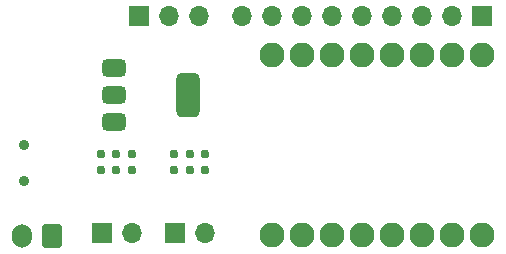
<source format=gbr>
%TF.GenerationSoftware,KiCad,Pcbnew,8.0.1*%
%TF.CreationDate,2024-05-27T16:44:31-06:00*%
%TF.ProjectId,KETSINI,4b455453-494e-4492-9e6b-696361645f70,rev?*%
%TF.SameCoordinates,Original*%
%TF.FileFunction,Soldermask,Bot*%
%TF.FilePolarity,Negative*%
%FSLAX46Y46*%
G04 Gerber Fmt 4.6, Leading zero omitted, Abs format (unit mm)*
G04 Created by KiCad (PCBNEW 8.0.1) date 2024-05-27 16:44:31*
%MOMM*%
%LPD*%
G01*
G04 APERTURE LIST*
G04 Aperture macros list*
%AMRoundRect*
0 Rectangle with rounded corners*
0 $1 Rounding radius*
0 $2 $3 $4 $5 $6 $7 $8 $9 X,Y pos of 4 corners*
0 Add a 4 corners polygon primitive as box body*
4,1,4,$2,$3,$4,$5,$6,$7,$8,$9,$2,$3,0*
0 Add four circle primitives for the rounded corners*
1,1,$1+$1,$2,$3*
1,1,$1+$1,$4,$5*
1,1,$1+$1,$6,$7*
1,1,$1+$1,$8,$9*
0 Add four rect primitives between the rounded corners*
20,1,$1+$1,$2,$3,$4,$5,0*
20,1,$1+$1,$4,$5,$6,$7,0*
20,1,$1+$1,$6,$7,$8,$9,0*
20,1,$1+$1,$8,$9,$2,$3,0*%
G04 Aperture macros list end*
%ADD10C,0.770000*%
%ADD11R,1.700000X1.700000*%
%ADD12O,1.700000X1.700000*%
%ADD13C,0.900000*%
%ADD14RoundRect,0.250000X0.600000X0.750000X-0.600000X0.750000X-0.600000X-0.750000X0.600000X-0.750000X0*%
%ADD15O,1.700000X2.000000*%
%ADD16C,2.109000*%
%ADD17RoundRect,0.375000X-0.625000X-0.375000X0.625000X-0.375000X0.625000X0.375000X-0.625000X0.375000X0*%
%ADD18RoundRect,0.500000X-0.500000X-1.400000X0.500000X-1.400000X0.500000X1.400000X-0.500000X1.400000X0*%
G04 APERTURE END LIST*
D10*
%TO.C,U1*%
X173600000Y-110000000D03*
X172300000Y-110000000D03*
X171000000Y-110000000D03*
X173600000Y-111300000D03*
X172300000Y-111300000D03*
X171000000Y-111300000D03*
%TD*%
D11*
%TO.C,MA1*%
X171060000Y-116700000D03*
D12*
X173600000Y-116700000D03*
%TD*%
D11*
%TO.C,MB1*%
X164860000Y-116700000D03*
D12*
X167400000Y-116700000D03*
%TD*%
D10*
%TO.C,U2*%
X167390000Y-110000000D03*
X166090000Y-110000000D03*
X164790000Y-110000000D03*
X167390000Y-111300000D03*
X166090000Y-111300000D03*
X164790000Y-111300000D03*
%TD*%
D13*
%TO.C,SW1*%
X158290000Y-109250000D03*
X158290000Y-112250000D03*
%TD*%
D14*
%TO.C,BATTERY1*%
X160600000Y-116900000D03*
D15*
X158100000Y-116900000D03*
%TD*%
D16*
%TO.C,ESP 32 C3*%
X179220000Y-116870000D03*
X181760000Y-116870000D03*
X184300000Y-116870000D03*
X186840000Y-116870000D03*
X191920000Y-116870000D03*
X189380000Y-116870000D03*
X197000000Y-101630000D03*
X197000000Y-116870000D03*
X194460000Y-101630000D03*
X191920000Y-101630000D03*
X189380000Y-101630000D03*
X186840000Y-101630000D03*
X184300000Y-101630000D03*
X181760000Y-101630000D03*
X179220000Y-101630000D03*
X194460000Y-116870000D03*
%TD*%
D11*
%TO.C,ACT1*%
X168020000Y-98250000D03*
D12*
X170560000Y-98250000D03*
X173100000Y-98250000D03*
%TD*%
D11*
%TO.C,J1*%
X197000000Y-98250000D03*
D12*
X194460000Y-98250000D03*
X191920000Y-98250000D03*
X189380000Y-98250000D03*
X186840000Y-98250000D03*
X184300000Y-98250000D03*
X181760000Y-98250000D03*
X179220000Y-98250000D03*
X176680000Y-98250000D03*
%TD*%
D17*
%TO.C,U3*%
X165850000Y-107300000D03*
X165850000Y-105000000D03*
D18*
X172150000Y-105000000D03*
D17*
X165850000Y-102700000D03*
%TD*%
M02*

</source>
